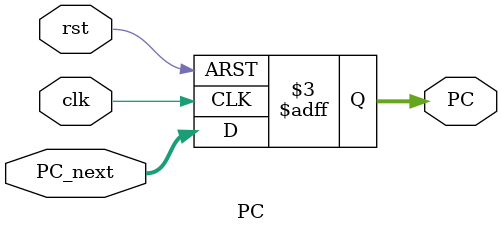
<source format=v>
module PC(PC_next, clk, rst, PC);

    input clk, rst;
    input [31:0] PC_next;
    output reg [31:0] PC;

    always @(posedge clk or negedge rst) begin
        if(~rst)
            PC <='b0;
        else 
            PC <= PC_next;
    end
        
endmodule
</source>
